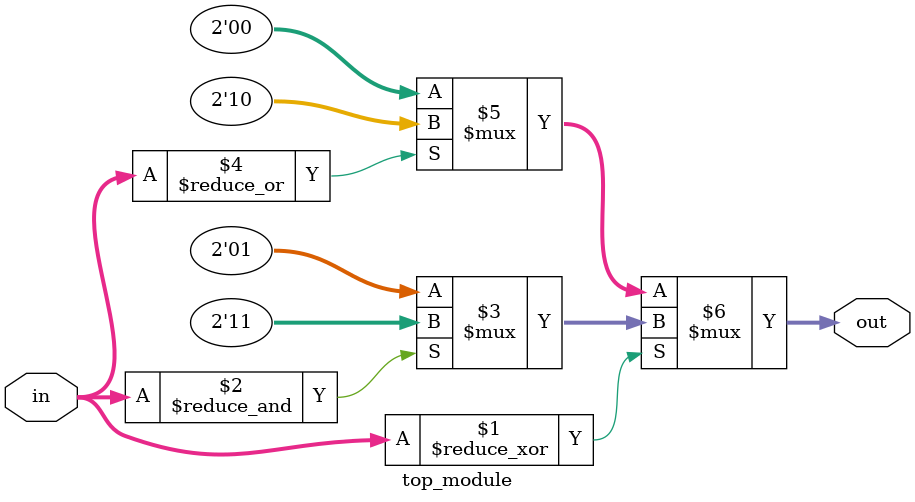
<source format=v>
module top_module( 
    input [2:0] in,
    output [1:0] out );
    // Apparently, always-for can solve the problem, but solution blow is more elegent.
    assign out = ^in ? (&in ? 2'd3 : 2'd1) : (|in ? 2'd2 : 2'd0);
endmodule

</source>
